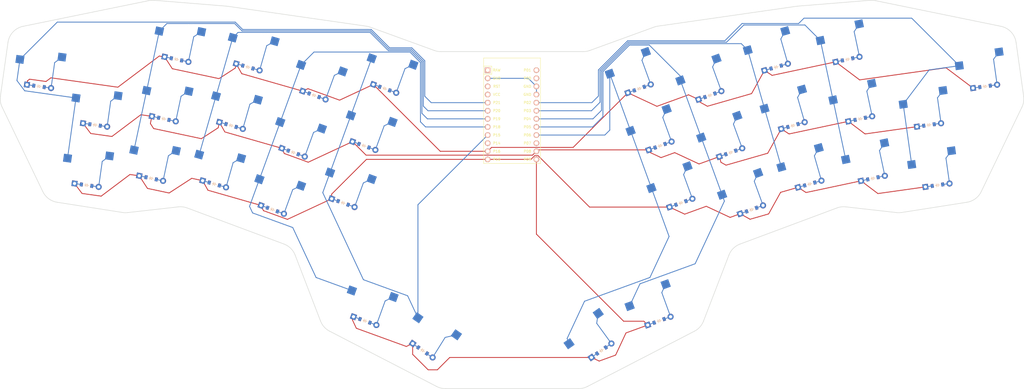
<source format=kicad_pcb>
(kicad_pcb (version 20221018) (generator pcbnew)
  (title_block (title "koala") (rev "v1.0.0") (company "Unknown"))
  (layers (0 "F.Cu" signal) (31 "B.Cu" signal) (34 "B.Paste" user) (35 "F.Paste" user) (36 "B.SilkS" user "B.Silkscreen") (37 "F.SilkS" user "F.Silkscreen") (38 "B.Mask" user) (39 "F.Mask" user) (44 "Edge.Cuts" user))
  (net 0 "")
  (net 1 "P21")
  (net 2 "pinky_bottom")
  (net 3 "pinky_home")
  (net 4 "pinky_top")
  (net 5 "P20")
  (net 6 "ring_bottom")
  (net 7 "ring_home")
  (net 8 "ring_top")
  (net 9 "P19")
  (net 10 "middle_bottom")
  (net 11 "middle_home")
  (net 12 "middle_top")
  (net 13 "P18")
  (net 14 "index_bottom")
  (net 15 "index_home")
  (net 16 "index_top")
  (net 17 "P15")
  (net 18 "inner_bottom")
  (net 19 "inner_home")
  (net 20 "inner_top")
  (net 21 "inner_cluster")
  (net 22 "outer_cluster")
  (net 23 "P2")
  (net 24 "mirror_pinky_bottom")
  (net 25 "mirror_pinky_home")
  (net 26 "mirror_pinky_top")
  (net 27 "P3")
  (net 28 "mirror_ring_bottom")
  (net 29 "mirror_ring_home")
  (net 30 "mirror_ring_top")
  (net 31 "P4")
  (net 32 "mirror_middle_bottom")
  (net 33 "mirror_middle_home")
  (net 34 "mirror_middle_top")
  (net 35 "P5")
  (net 36 "mirror_index_bottom")
  (net 37 "mirror_index_home")
  (net 38 "mirror_index_top")
  (net 39 "P6")
  (net 40 "mirror_inner_bottom")
  (net 41 "mirror_inner_home")
  (net 42 "mirror_inner_top")
  (net 43 "mirror_inner_cluster")
  (net 44 "mirror_outer_cluster")
  (net 45 "P10")
  (net 46 "P8")
  (net 47 "P16")
  (net 48 "P9")
  (net 49 "RAW")
  (net 50 "GND")
  (net 51 "RST")
  (net 52 "VCC")
  (net 53 "P14")
  (net 54 "P1")
  (net 55 "P0")
  (net 56 "P7")
  (footprint "MX" (layer "F.Cu") (at 142.605356 137.866158 -20)
    (fp_text reference "S13" hide)
    (fp_text value "" hide)
  )
  (footprint "ComboDiode" (layer "F.Cu") (at 80.849862 134.862421 -12)
    (fp_text reference "D4" hide)
    (fp_text value "" hide)
  )
  (footprint "ComboDiode" (layer "F.Cu") (at 281.612666 118.324673 16)
    (fp_text reference "D25" hide)
    (fp_text value "" hide)
  )
  (footprint "ComboDiode" (layer "F.Cu") (at 131.827645 108.855402 -20)
    (fp_text reference "D12" hide)
    (fp_text value "" hide)
  )
  (footprint "MX" (layer "F.Cu") (at 61.350803 132.06387 -8)
    (fp_text reference "S1" hide)
    (fp_text value "" hide)
  )
  (footprint "MX" (layer "F.Cu") (at 231.836326 102.063869 20)
    (fp_text reference "S32" hide)
    (fp_text value "" hide)
  )
  (footprint "MX" (layer "F.Cu") (at 149.430183 174.813589 -20)
    (fp_text reference "S16" hide)
    (fp_text value "" hide)
  )
  (footprint "ComboDiode" (layer "F.Cu") (at 239.752578 179.512052 20)
    (fp_text reference "D33" hide)
    (fp_text value "" hide)
  )
  (footprint "MX" (layer "F.Cu") (at 46.463067 101.115712 -8)
    (fp_text reference "S3" hide)
    (fp_text value "" hide)
  )
  (footprint "MX" (layer "F.Cu") (at 89.810855 92.704263 -12)
    (fp_text reference "S6" hide)
    (fp_text value "" hide)
  )
  (footprint "ComboDiode" (layer "F.Cu") (at 240.061911 124.663479 20)
    (fp_text reference "D31" hide)
    (fp_text value "" hide)
  )
  (footprint "MX" (layer "F.Cu") (at 280.234477 113.51836 16)
    (fp_text reference "S25" hide)
    (fp_text value "" hide)
  )
  (footprint "MX" (layer "F.Cu") (at 218.831026 184.68811 35)
    (fp_text reference "S34" hide)
    (fp_text value "" hide)
  )
  (footprint "MX" (layer "F.Cu") (at 253.934903 104.15694 20)
    (fp_text reference "S29" hide)
    (fp_text value "" hide)
  )
  (footprint "ComboDiode" (layer "F.Cu") (at 147.72008 179.512055 -20)
    (fp_text reference "D16" hide)
    (fp_text value "" hide)
  )
  (footprint "MX" (layer "F.Cu") (at 305.583243 129.971687 12)
    (fp_text reference "S21" hide)
    (fp_text value "" hide)
  )
  (footprint "MX" (layer "F.Cu") (at 285.485374 131.830402 16)
    (fp_text reference "S24" hide)
    (fp_text value "" hide)
  )
  (footprint "MX" (layer "F.Cu") (at 274.98359 95.20633 16)
    (fp_text reference "S26" hide)
    (fp_text value "" hide)
  )
  (footprint "MX" (layer "F.Cu") (at 326.121861 132.063869 8)
    (fp_text reference "S18" hide)
    (fp_text value "" hide)
  )
  (footprint "ComboDiode" (layer "F.Cu") (at 45.767196 106.067051 -8)
    (fp_text reference "D3" hide)
    (fp_text value "" hide)
  )
  (footprint "MX" (layer "F.Cu") (at 133.537748 104.15694 -20)
    (fp_text reference "S12" hide)
    (fp_text value "" hide)
  )
  (footprint "ComboDiode" (layer "F.Cu") (at 147.410745 124.663482 -20)
    (fp_text reference "D14" hide)
    (fp_text value "" hide)
  )
  (footprint "ComboDiode" (layer "F.Cu") (at 221.698913 188.78387 35)
    (fp_text reference "D34" hide)
    (fp_text value "" hide)
  )
  (footprint "ComboDiode" (layer "F.Cu") (at 306.622793 134.862424 12)
    (fp_text reference "D21" hide)
    (fp_text value "" hide)
  )
  (footprint "MX" (layer "F.Cu") (at 301.622524 111.337973 12)
    (fp_text reference "S22" hide)
    (fp_text value "" hide)
  )
  (footprint "MX" (layer "F.Cu") (at 244.867299 137.866159 20)
    (fp_text reference "S30" hide)
    (fp_text value "" hide)
  )
  (footprint "ComboDiode" (layer "F.Cu") (at 255.645003 108.855403 20)
    (fp_text reference "D29" hide)
    (fp_text value "" hide)
  )
  (footprint "MX" (layer "F.Cu") (at 107.238171 113.51836 -16)
    (fp_text reference "S8" hide)
    (fp_text value "" hide)
  )
  (footprint "MX" (layer "F.Cu") (at 85.850146 111.337979 -12)
    (fp_text reference "S5" hide)
    (fp_text value "" hide)
  )
  (footprint "ComboDiode" (layer "F.Cu") (at 63.306176 118.150598 -8)
    (fp_text reference "D2" hide)
    (fp_text value "" hide)
  )
  (footprint "ComboDiode" (layer "F.Cu") (at 125.312162 126.756547 -20)
    (fp_text reference "D11" hide)
    (fp_text value "" hide)
  )
  (footprint "ComboDiode" (layer "F.Cu") (at 326.817718 137.015211 8)
    (fp_text reference "D18" hide)
    (fp_text value "" hide)
  )
  (footprint "ComboDiode" (layer "F.Cu") (at 341.705459 106.067048 8)
    (fp_text reference "D20" hide)
    (fp_text value "" hide)
  )
  (footprint "MX" (layer "F.Cu") (at 81.889421 129.971683 -12)
    (fp_text reference "S4" hide)
    (fp_text value "" hide)
  )
  (footprint "ProMicro" (layer "F.Cu") (at 193.736327 114.965013 -90)
    (fp_text reference "MCU1" hide)
    (fp_text value "" hide)
  )
  (footprint "ComboDiode" (layer "F.Cu") (at 298.701358 97.595002 12)
    (fp_text reference "D23" hide)
    (fp_text value "" hide)
  )
  (footprint "MX" (layer "F.Cu") (at 101.987278 131.830399 -16)
    (fp_text reference "S7" hide)
    (fp_text value "" hide)
  )
  (footprint "ComboDiode" (layer "F.Cu") (at 286.86356 136.636704 16)
    (fp_text reference "D24" hide)
    (fp_text value "" hide)
  )
  (footprint "MX" (layer "F.Cu") (at 323.470612 113.199261 8)
    (fp_text reference "S19" hide)
    (fp_text value "" hide)
  )
  (footprint "MX" (layer "F.Cu") (at 260.450387 122.058082 20)
    (fp_text reference "S28" hide)
    (fp_text value "" hide)
  )
  (footprint "MX" (layer "F.Cu") (at 297.661805 92.704265 12)
    (fp_text reference "S23" hide)
    (fp_text value "" hide)
  )
  (footprint "ComboDiode" (layer "F.Cu") (at 118.796677 144.657695 -20)
    (fp_text reference "D10" hide)
    (fp_text value "" hide)
  )
  (footprint "MX" (layer "F.Cu") (at 127.022265 122.058085 -20)
    (fp_text reference "S11" hide)
    (fp_text value "" hide)
  )
  (footprint "ComboDiode" (layer "F.Cu") (at 60.654929 137.015212 -8)
    (fp_text reference "D1" hide)
    (fp_text value "" hide)
  )
  (footprint "ComboDiode" (layer "F.Cu") (at 84.810583 116.228713 -12)
    (fp_text reference "D5" hide)
    (fp_text value "" hide)
  )
  (footprint "ComboDiode" (layer "F.Cu") (at 111.110887 100.012635 -16)
    (fp_text reference "D9" hide)
    (fp_text value "" hide)
  )
  (footprint "MX" (layer "F.Cu") (at 238.351813 119.965016 20)
    (fp_text reference "S31" hide)
    (fp_text value "" hide)
  )
  (footprint "MX" (layer "F.Cu") (at 155.636332 102.063871 -20)
    (fp_text reference "S15" hide)
    (fp_text value "" hide)
  )
  (footprint "ComboDiode" (layer "F.Cu") (at 262.160492 126.756548 20)
    (fp_text reference "D28" hide)
    (fp_text value "" hide)
  )
  (footprint "ComboDiode" (layer "F.Cu") (at 276.361776 100.012636 16)
    (fp_text reference "D26" hide)
    (fp_text value "" hide)
  )
  (footprint "ComboDiode" (layer "F.Cu") (at 153.926232 106.762336 -20)
    (fp_text reference "D15" hide)
    (fp_text value "" hide)
  )
  (footprint "ComboDiode" (layer "F.Cu") (at 268.675973 144.657696 20)
    (fp_text reference "D27" hide)
    (fp_text value "" hide)
  )
  (footprint "ComboDiode" (layer "F.Cu") (at 165.773748 188.783865 -35)
    (fp_text reference "D17" hide)
    (fp_text value "" hide)
  )
  (footprint "ComboDiode" (layer "F.Cu") (at 233.546431 106.762334 20)
    (fp_text reference "D32" hide)
    (fp_text value "" hide)
  )
  (footprint "ComboDiode" (layer "F.Cu") (at 105.859989 118.32467 -16)
    (fp_text reference "D8" hide)
    (fp_text value "" hide)
  )
  (footprint "ComboDiode" (layer "F.Cu") (at 246.577396 142.56462 20)
    (fp_text reference "D30" hide)
    (fp_text value "" hide)
  )
  (footprint "ComboDiode" (layer "F.Cu") (at 100.609098 136.636702 -16)
    (fp_text reference "D7" hide)
    (fp_text value "" hide)
  )
  (footprint "MX" (layer "F.Cu") (at 168.64163 184.68811 -35)
    (fp_text reference "S17" hide)
    (fp_text value "" hide)
  )
  (footprint "MX" (layer "F.Cu") (at 120.506788 139.95923 -20)
    (fp_text reference "S10" hide)
    (fp_text value "" hide)
  )
  (footprint "ComboDiode" (layer "F.Cu") (at 88.771297 97.595002 -12)
    (fp_text reference "D6" hide)
    (fp_text value "" hide)
  )
  (footprint "MX" (layer "F.Cu") (at 266.965879 139.959229 20)
    (fp_text reference "S27" hide)
    (fp_text value "" hide)
  )
  (footprint "ComboDiode" (layer "F.Cu") (at 140.895262 142.564625 -20)
    (fp_text reference "D13" hide)
    (fp_text value "" hide)
  )
  (footprint "MX" (layer "F.Cu") (at 149.120846 119.965018 -20)
    (fp_text reference "S14" hide)
    (fp_text value "" hide)
  )
  (footprint "ComboDiode" (layer "F.Cu") (at 302.662082 116.228712 12)
    (fp_text reference "D22" hide)
    (fp_text value "" hide)
  )
  (footprint "MX" (layer "F.Cu") (at 112.489074 95.206327 -16)
    (fp_text reference "S9" hide)
    (fp_text value "" hide)
  )
  (footprint "MX" (layer "F.Cu") (at 64.002039 113.199261 -8)
    (fp_text reference "S2" hide)
    (fp_text value "" hide)
  )
  (footprint "MX" (layer "F.Cu") (at 341.009594 101.115709 8)
    (fp_text reference "S20" hide)
    (fp_text value "" hide)
  )
  (footprint "ComboDiode" (layer "F.Cu") (at 324.166475 118.150598 8)
    (fp_text reference "D19" hide)
    (fp_text value "" hide)
  )
  (footprint "MX" (layer "F.Cu") (at 238.042479 174.813588 20)
    (fp_text reference "S33" hide)
    (fp_text value "" hide)
  )
  (gr_line (start 71.860361 145.558277) (end 51.446541 142.360332) (stroke (width 0.15)) (layer "Edge.Cuts"))
  (gr_line (start 261.583843 158.911498) (end 253.632903 179.574164) (stroke (width 0.15)) (layer "Edge.Cuts"))
  (gr_arc (start 34.233778 112.56166) (mid 33.712045 110.883216) (end 33.699088 109.125602) (stroke (width 0.15)) (layer "Edge.Cuts"))
  (gr_line (start 133.839746 179.574163) (end 125.88882 158.911499) (stroke (width 0.15)) (layer "Edge.Cuts"))
  (gr_arc (start 104.402442 80.936093) (mid 104.586928 80.95391) (end 104.770774 80.977421) (stroke (width 0.15)) (layer "Edge.Cuts"))
  (gr_arc (start 148.1329 87.20379) (mid 148.740337 87.323278) (end 149.332229 87.50472) (stroke (width 0.15)) (layer "Edge.Cuts"))
  (gr_line (start 314.011236 145.592772) (end 298.132467 143.801876) (stroke (width 0.15)) (layer "Edge.Cuts"))
  (gr_line (start 89.340187 143.801877) (end 73.461423 145.592768) (stroke (width 0.15)) (layer "Edge.Cuts"))
  (gr_arc (start 315.612286 145.558277) (mid 314.812917 145.62918) (end 314.011236 145.592772) (stroke (width 0.15)) (layer "Edge.Cuts"))
  (gr_arc (start 171.466032 95.175695) (mid 170.424144 95.084542) (end 169.413912 94.813854) (stroke (width 0.15)) (layer "Edge.Cuts"))
  (gr_line (start 250.789272 182.748934) (end 217.29726 200.068836) (stroke (width 0.15)) (layer "Edge.Cuts"))
  (gr_arc (start 340.504415 139.033649) (mid 338.675413 141.249116) (end 336.026121 142.360333) (stroke (width 0.15)) (layer "Edge.Cuts"))
  (gr_line (start 40.803167 87.249615) (end 80.097306 79.206173) (stroke (width 0.15)) (layer "Edge.Cuts"))
  (gr_arc (start 282.701882 80.977417) (mid 282.885727 80.953911) (end 283.070211 80.936091) (stroke (width 0.15)) (layer "Edge.Cuts"))
  (gr_line (start 104.770774 80.977421) (end 148.1329 87.20379) (stroke (width 0.15)) (layer "Edge.Cuts"))
  (gr_line (start 214.541168 200.739304) (end 172.931486 200.739306) (stroke (width 0.15)) (layer "Edge.Cuts"))
  (gr_line (start 353.238872 112.56166) (end 340.504424 139.033644) (stroke (width 0.15)) (layer "Edge.Cuts"))
  (gr_arc (start 218.058746 94.813855) (mid 217.048516 95.084546) (end 216.006629 95.175697) (stroke (width 0.15)) (layer "Edge.Cuts"))
  (gr_line (start 81.785019 79.103882) (end 104.402442 80.936093) (stroke (width 0.15)) (layer "Edge.Cuts"))
  (gr_line (start 33.699088 109.125602) (end 36.064789 92.292685) (stroke (width 0.15)) (layer "Edge.Cuts"))
  (gr_line (start 295.361659 144.142964) (end 265.085212 155.445141) (stroke (width 0.15)) (layer "Edge.Cuts"))
  (gr_line (start 307.375347 79.206174) (end 346.669498 87.249609) (stroke (width 0.15)) (layer "Edge.Cuts"))
  (gr_arc (start 122.387441 155.445145) (mid 124.510348 156.802344) (end 125.88882 158.911499) (stroke (width 0.15)) (layer "Edge.Cuts"))
  (gr_line (start 239.339754 87.20379) (end 282.701882 80.977417) (stroke (width 0.15)) (layer "Edge.Cuts"))
  (gr_arc (start 136.683389 182.748932) (mid 134.97017 181.422553) (end 133.839746 179.574163) (stroke (width 0.15)) (layer "Edge.Cuts"))
  (gr_line (start 336.026121 142.360332) (end 315.612292 145.558272) (stroke (width 0.15)) (layer "Edge.Cuts"))
  (gr_arc (start 305.687639 79.103879) (mid 306.535114 79.09528) (end 307.375347 79.206174) (stroke (width 0.15)) (layer "Edge.Cuts"))
  (gr_arc (start 253.632909 179.574156) (mid 252.50249 181.422551) (end 250.78927 182.748931) (stroke (width 0.15)) (layer "Edge.Cuts"))
  (gr_arc (start 238.140433 87.50472) (mid 238.732321 87.323279) (end 239.339754 87.20379) (stroke (width 0.15)) (layer "Edge.Cuts"))
  (gr_line (start 283.070211 80.936091) (end 305.687639 79.103879) (stroke (width 0.15)) (layer "Edge.Cuts"))
  (gr_arc (start 80.097306 79.206173) (mid 80.937541 79.095276) (end 81.785019 79.103882) (stroke (width 0.15)) (layer "Edge.Cuts"))
  (gr_line (start 149.332229 87.50472) (end 169.413912 94.813854) (stroke (width 0.15)) (layer "Edge.Cuts"))
  (gr_arc (start 217.297257 200.068837) (mid 215.959402 200.569275) (end 214.541168 200.739304) (stroke (width 0.15)) (layer "Edge.Cuts"))
  (gr_arc (start 346.66949 87.249617) (mid 349.838927 89.019248) (end 351.40786 92.292687) (stroke (width 0.15)) (layer "Edge.Cuts"))
  (gr_arc (start 36.064792 92.292689) (mid 37.633717 89.019239) (end 40.803167 87.249615) (stroke (width 0.15)) (layer "Edge.Cuts"))
  (gr_line (start 122.387441 155.445145) (end 92.110994 144.142962) (stroke (width 0.15)) (layer "Edge.Cuts"))
  (gr_line (start 218.058744 94.813853) (end 238.140433 87.50472) (stroke (width 0.15)) (layer "Edge.Cuts"))
  (gr_arc (start 89.340187 143.801877) (mid 90.745704 143.809025) (end 92.110994 144.142962) (stroke (width 0.15)) (layer "Edge.Cuts"))
  (gr_line (start 171.466032 95.175695) (end 216.006629 95.175697) (stroke (width 0.15)) (layer "Edge.Cuts"))
  (gr_arc (start 51.446541 142.360333) (mid 48.797244 141.249118) (end 46.968231 139.03365) (stroke (width 0.15)) (layer "Edge.Cuts"))
  (gr_arc (start 295.361657 144.142964) (mid 296.726947 143.809023) (end 298.132466 143.801875) (stroke (width 0.15)) (layer "Edge.Cuts"))
  (gr_arc (start 73.461423 145.592768) (mid 72.659736 145.629178) (end 71.860361 145.558277) (stroke (width 0.15)) (layer "Edge.Cuts"))
  (gr_line (start 46.968231 139.03365) (end 34.233778 112.56166) (stroke (width 0.15)) (layer "Edge.Cuts"))
  (gr_arc (start 261.583839 158.911498) (mid 262.962311 156.802347) (end 265.085212 155.445141) (stroke (width 0.15)) (layer "Edge.Cuts"))
  (gr_line (start 351.40786 92.292687) (end 353.773572 109.125606) (stroke (width 0.15)) (layer "Edge.Cuts"))
  (gr_arc (start 172.931486 200.739306) (mid 171.513249 200.56928) (end 170.175393 200.068835) (stroke (width 0.15)) (layer "Edge.Cuts"))
  (gr_line (start 170.175393 200.068835) (end 136.683389 182.748932) (stroke (width 0.15)) (layer "Edge.Cuts"))
  (gr_arc (start 353.773572 109.125606) (mid 353.760609 110.883219) (end 353.238872 112.56166) (stroke (width 0.15)) (layer "Edge.Cuts"))
  (segment (start 149.704592 88.248235) (end 155.424506 93.968149) (width 0.25) (layer "B.Cu") (net 1))
  (segment (start 41.279328 107.440828) (end 38.869026 104.242254) (width 0.25) (layer "B.Cu") (net 1))
  (segment (start 51.47654 85.938368) (end 107.158586 85.938369) (width 0.25) (layer "B.Cu") (net 1))
  (segment (start 39.800518 97.61439) (end 51.47654 85.938368) (width 0.25) (layer "B.Cu") (net 1))
  (segment (start 107.158586 85.938369) (end 109.468453 88.248235) (width 0.25) (layer "B.Cu") (net 1))
  (segment (start 155.424506 93.968149) (end 162.368884 93.968148) (width 0.25) (layer "B.Cu") (net 1))
  (segment (start 38.869026 104.242254) (end 39.800514 97.614381) (width 0.25) (layer "B.Cu") (net 1))
  (segment (start 166.43892 98.038183) (end 166.438919 109.145236) (width 0.25) (layer "B.Cu") (net 1))
  (segment (start 162.368884 93.968148) (end 166.43892 98.038183) (width 0.25) (layer "B.Cu") (net 1))
  (segment (start 168.448696 111.155013) (end 186.116327 111.155013) (width 0.25) (layer "B.Cu") (net 1))
  (segment (start 109.468453 88.248235) (end 149.704592 88.248235) (width 0.25) (layer "B.Cu") (net 1))
  (segment (start 166.438919 109.145236) (end 168.448696 111.155013) (width 0.25) (layer "B.Cu") (net 1))
  (segment (start 57.339499 109.697937) (end 41.279328 107.440828) (width 0.25) (layer "B.Cu") (net 1))
  (segment (start 54.688251 128.562544) (end 57.339499 109.697937) (width 0.25) (layer "B.Cu") (net 1))
  (segment (start 64.427857 137.545456) (end 65.547916 129.57578) (width 0.25) (layer "B.Cu") (net 2))
  (segment (start 64.427857 137.545456) (end 62.288877 137.244845) (width 0.25) (layer "B.Cu") (net 2))
  (segment (start 65.547916 129.57578) (end 67.842954 127.846356) (width 0.25) (layer "B.Cu") (net 2))
  (segment (start 67.079096 118.680847) (end 68.199165 110.711175) (width 0.25) (layer "B.Cu") (net 3))
  (segment (start 67.079096 118.680847) (end 64.940122 118.380235) (width 0.25) (layer "B.Cu") (net 3))
  (segment (start 68.199165 110.711175) (end 70.494183 108.981745) (width 0.25) (layer "B.Cu") (net 3))
  (segment (start 49.540119 106.597298) (end 50.660191 98.627619) (width 0.25) (layer "B.Cu") (net 4))
  (segment (start 49.540119 106.597298) (end 47.401138 106.296684) (width 0.25) (layer "B.Cu") (net 4))
  (segment (start 50.660191 98.627619) (end 52.955212 96.8982) (width 0.25) (layer "B.Cu") (net 4))
  (segment (start 162.182487 94.418148) (end 165.988921 98.224579) (width 0.25) (layer "B.Cu") (net 5))
  (segment (start 167.439312 113.695013) (end 186.116328 113.695012) (width 0.25) (layer "B.Cu") (net 5))
  (segment (start 149.518197 88.698236) (end 155.23811 94.418148) (width 0.25) (layer "B.Cu") (net 5))
  (segment (start 85.76712 86.388369) (end 106.972194 86.388369) (width 0.25) (layer "B.Cu") (net 5))
  (segment (start 83.408778 88.746714) (end 85.76712 86.388369) (width 0.25) (layer "B.Cu") (net 5))
  (segment (start 106.972194 86.388369) (end 109.282058 88.698235) (width 0.25) (layer "B.Cu") (net 5))
  (segment (start 75.487338 126.014134) (end 79.448059 107.380422) (width 0.25) (layer "B.Cu") (net 5))
  (segment (start 165.988917 112.244619) (end 167.439312 113.695013) (width 0.25) (layer "B.Cu") (net 5))
  (segment (start 155.23811 94.418148) (end 162.182487 94.418148) (width 0.25) (layer "B.Cu") (net 5))
  (segment (start 165.988921 98.224579) (end 165.988917 112.244619) (width 0.25) (layer "B.Cu") (net 5))
  (segment (start 79.448059 107.380422) (end 83.40877 88.746714) (width 0.25) (layer "B.Cu") (net 5))
  (segment (start 109.282058 88.698235) (end 149.518197 88.698236) (width 0.25) (layer "B.Cu") (net 5))
  (segment (start 86.249874 127.782438) (end 88.659947 126.217309) (width 0.25) (layer "B.Cu") (net 6))
  (segment (start 84.576598 135.654572) (end 86.249874 127.782438) (width 0.25) (layer "B.Cu") (net 6))
  (segment (start 84.576598 135.654572) (end 82.463801 135.205478) (width 0.25) (layer "B.Cu") (net 6))
  (segment (start 88.537317 117.020856) (end 86.424518 116.571766) (width 0.25) (layer "B.Cu") (net 7))
  (segment (start 88.537317 117.020856) (end 90.210592 109.148726) (width 0.25) (layer "B.Cu") (net 7))
  (segment (start 90.210592 109.148726) (end 92.620664 107.583608) (width 0.25) (layer "B.Cu") (net 7))
  (segment (start 94.171315 90.515014) (end 96.581387 88.949896) (width 0.25) (layer "B.Cu") (net 8))
  (segment (start 92.498035 98.387147) (end 94.171315 90.515014) (width 0.25) (layer "B.Cu") (net 8))
  (segment (start 92.498035 98.387147) (end 90.385238 97.938062) (width 0.25) (layer "B.Cu") (net 8))
  (segment (start 95.876877 127.435904) (end 101.127763 109.123867) (width 0.25) (layer "B.Cu") (net 9))
  (segment (start 155.051714 94.868147) (end 161.996094 94.868147) (width 0.25) (layer "B.Cu") (net 9))
  (segment (start 165.538919 98.410974) (end 165.538922 114.508015) (width 0.25) (layer "B.Cu") (net 9))
  (segment (start 167.265915 116.235013) (end 186.116325 116.235014) (width 0.25) (layer "B.Cu") (net 9))
  (segment (start 101.127763 109.123867) (end 106.378646 90.811826) (width 0.25) (layer "B.Cu") (net 9))
  (segment (start 149.331799 89.148235) (end 155.051714 94.868147) (width 0.25) (layer "B.Cu") (net 9))
  (segment (start 106.378654 90.81183) (end 108.042251 89.148235) (width 0.25) (layer "B.Cu") (net 9))
  (segment (start 161.996094 94.868147) (end 165.538919 98.410974) (width 0.25) (layer "B.Cu") (net 9))
  (segment (start 165.538922 114.508015) (end 167.265915 116.235013) (width 0.25) (layer "B.Cu") (net 9))
  (segment (start 108.042251 89.148235) (end 149.331799 89.148235) (width 0.25) (layer "B.Cu") (net 9))
  (segment (start 106.48984 129.950648) (end 109.003214 128.557462) (width 0.25) (layer "B.Cu") (net 10))
  (segment (start 104.271511 137.686887) (end 106.48984 129.950648) (width 0.25) (layer "B.Cu") (net 10))
  (segment (start 104.271511 137.686887) (end 102.195187 137.091509) (width 0.25) (layer "B.Cu") (net 10))
  (segment (start 109.5224 119.374848) (end 107.446071 118.779472) (width 0.25) (layer "B.Cu") (net 11))
  (segment (start 111.740722 111.638615) (end 114.254108 110.245426) (width 0.25) (layer "B.Cu") (net 11))
  (segment (start 109.5224 119.374848) (end 111.740722 111.638615) (width 0.25) (layer "B.Cu") (net 11))
  (segment (start 114.773291 101.062815) (end 112.696971 100.467436) (width 0.25) (layer "B.Cu") (net 12))
  (segment (start 114.773291 101.062815) (end 116.991623 93.326583) (width 0.25) (layer "B.Cu") (net 12))
  (segment (start 116.991623 93.326583) (end 119.504995 91.933387) (width 0.25) (layer "B.Cu") (net 12))
  (segment (start 165.088919 98.59737) (end 165.088919 117.166201) (width 0.25) (layer "B.Cu") (net 13))
  (segment (start 166.697731 118.775014) (end 186.116327 118.775013) (width 0.25) (layer "B.Cu") (net 13))
  (segment (start 114.71779 135.149193) (end 121.233274 117.248049) (width 0.25) (layer "B.Cu") (net 13))
  (segment (start 165.088919 117.166201) (end 166.697731 118.775014) (width 0.25) (layer "B.Cu") (net 13))
  (segment (start 112.583578 145.705103) (end 111.624412 143.648176) (width 0.25) (layer "B.Cu") (net 13))
  (segment (start 127.748755 99.346908) (end 131.777516 95.318147) (width 0.25) (layer "B.Cu") (net 13))
  (segment (start 132.435624 165.925065) (end 125.137598 150.274396) (width 0.25) (layer "B.Cu") (net 13))
  (segment (start 161.809696 95.318148) (end 165.088919 98.59737) (width 0.25) (layer "B.Cu") (net 13))
  (segment (start 125.137598 150.274396) (end 112.583578 145.705103) (width 0.25) (layer "B.Cu") (net 13))
  (segment (start 131.777516 95.318147) (end 161.809696 95.318148) (width 0.25) (layer "B.Cu") (net 13))
  (segment (start 143.641184 170.003557) (end 132.435624 165.925065) (width 0.25) (layer "B.Cu") (net 13))
  (segment (start 111.624412 143.648176) (end 114.71779 135.149193) (width 0.25) (layer "B.Cu") (net 13))
  (segment (start 121.233274 117.248049) (end 127.748758 99.346907) (width 0.25) (layer "B.Cu") (net 13))
  (segment (start 122.376914 145.960789) (end 125.129488 138.39814) (width 0.25) (layer "B.Cu") (net 14))
  (segment (start 122.376914 145.960789) (end 120.347168 145.222025) (width 0.25) (layer "B.Cu") (net 14))
  (segment (start 125.129488 138.39814) (end 127.73393 137.183674) (width 0.25) (layer "B.Cu") (net 14))
  (segment (start 128.892398 128.059644) (end 131.644975 120.496997) (width 0.25) (layer "B.Cu") (net 15))
  (segment (start 128.892398 128.059644) (end 126.862655 127.32088) (width 0.25) (layer "B.Cu") (net 15))
  (segment (start 131.644975 120.496997) (end 134.249409 119.282528) (width 0.25) (layer "B.Cu") (net 15))
  (segment (start 138.160465 102.595851) (end 140.76489 101.381386) (width 0.25) (layer "B.Cu") (net 16))
  (segment (start 135.407877 110.158499) (end 133.378144 109.419734) (width 0.25) (layer "B.Cu") (net 16))
  (segment (start 135.407877 110.158499) (end 138.160465 102.595851) (width 0.25) (layer "B.Cu") (net 16))
  (segment (start 134.527234 139.345491) (end 147.243912 166.61649) (width 0.25) (layer "B.Cu") (net 17))
  (segment (start 143.331847 115.154982) (end 149.847331 97.253839) (width 0.25) (layer "B.Cu") (net 17))
  (segment (start 136.816366 133.056138) (end 134.527234 139.345491) (width 0.25) (layer "B.Cu") (net 17))
  (segment (start 164.294823 178.543674) (end 164.294821 143.136519) (width 0.25) (layer "B.Cu") (net 17))
  (segment (start 147.243912 166.61649) (end 161.081664 171.653022) (width 0.25) (layer "B.Cu") (net 17))
  (segment (start 161.081664 171.653022) (end 164.29482 178.543669) (width 0.25) (layer "B.Cu") (net 17))
  (segment (start 136.816366 133.056138) (end 143.331847 115.154982) (width 0.25) (layer "B.Cu") (net 17))
  (segment (start 164.294821 143.136519) (end 186.116326 121.315014) (width 0.25) (layer "B.Cu") (net 17))
  (segment (start 144.475491 143.867719) (end 142.445754 143.128959) (width 0.25) (layer "B.Cu") (net 18))
  (segment (start 144.475491 143.867719) (end 147.22807 136.305071) (width 0.25) (layer "B.Cu") (net 18))
  (segment (start 147.22807 136.305071) (end 149.832509 135.090604) (width 0.25) (layer "B.Cu") (net 18))
  (segment (start 153.743553 118.403925) (end 156.347985 117.189458) (width 0.25) (layer "B.Cu") (net 19))
  (segment (start 150.990973 125.966575) (end 153.743553 118.403925) (width 0.25) (layer "B.Cu") (net 19))
  (segment (start 150.990973 125.966575) (end 148.961233 125.227814) (width 0.25) (layer "B.Cu") (net 19))
  (segment (start 160.259034 100.502788) (end 162.863472 99.288317) (width 0.25) (layer "B.Cu") (net 20))
  (segment (start 157.506459 108.065432) (end 160.259034 100.502788) (width 0.25) (layer "B.Cu") (net 20))
  (segment (start 157.506459 108.065432) (end 155.47672 107.326669) (width 0.25) (layer "B.Cu") (net 20))
  (segment (start 154.052887 173.252503) (end 156.657331 172.038036) (width 0.25) (layer "B.Cu") (net 21))
  (segment (start 151.30031 180.815152) (end 149.270578 180.076386) (width 0.25) (layer "B.Cu") (net 21))
  (segment (start 151.30031 180.815152) (end 154.052887 173.252503) (width 0.25) (layer "B.Cu") (net 21))
  (segment (start 168.894713 190.969194) (end 167.161317 189.886046) (width 0.25) (layer "B.Cu") (net 22))
  (segment (start 168.894713 190.969194) (end 172.817758 184.691025) (width 0.25) (layer "B.Cu") (net 22))
  (segment (start 167.161317 189.886046) (end 167.125349 189.73027) (width 0.25) (layer "B.Cu") (net 22))
  (segment (start 172.817758 184.691025) (end 176.34088 183.877648) (width 0.25) (layer "B.Cu") (net 22))
  (segment (start 285.061199 84.707883) (end 283.38425 86.384832) (width 0.25) (layer "B.Cu") (net 23))
  (segment (start 220.752087 100.925068) (end 220.752087 109.105827) (width 0.25) (layer "B.Cu") (net 23))
  (segment (start 283.38425 86.384832) (end 265.691 86.384832) (width 0.25) (layer "B.Cu") (net 23))
  (segment (start 318.761458 84.707883) (end 285.061199 84.707883) (width 0.25) (layer "B.Cu") (net 23))
  (segment (start 318.752312 130.534629) (end 316.101063 111.67002) (width 0.25) (layer "B.Cu") (net 23))
  (segment (start 218.702901 111.155013) (end 201.356327 111.155013) (width 0.25) (layer "B.Cu") (net 23))
  (segment (start 316.101063 111.67002) (end 324.207744 100.912097) (width 0.25) (layer "B.Cu") (net 23))
  (segment (start 324.207744 100.912097) (end 333.640043 99.586471) (width 0.25) (layer "B.Cu") (net 23))
  (segment (start 220.752087 109.105827) (end 218.702901 111.155013) (width 0.25) (layer "B.Cu") (net 23))
  (segment (start 333.640045 99.58647) (end 318.761458 84.707883) (width 0.25) (layer "B.Cu") (net 23))
  (segment (start 260.298677 91.777155) (end 229.9 91.777155) (width 0.25) (layer "B.Cu") (net 23))
  (segment (start 229.9 91.777155) (end 220.752087 100.925068) (width 0.25) (layer "B.Cu") (net 23))
  (segment (start 265.691 86.384832) (end 260.298677 91.777155) (width 0.25) (layer "B.Cu") (net 23))
  (segment (start 329.470572 128.515286) (end 331.200006 126.220261) (width 0.25) (layer "B.Cu") (net 24))
  (segment (start 330.590639 136.484961) (end 328.451664 136.785574) (width 0.25) (layer "B.Cu") (net 24))
  (segment (start 330.590639 136.484961) (end 329.470572 128.515286) (width 0.25) (layer "B.Cu") (net 24))
  (segment (start 326.819335 109.650667) (end 328.548758 107.355648) (width 0.25) (layer "B.Cu") (net 25))
  (segment (start 327.939397 117.620349) (end 325.800421 117.920964) (width 0.25) (layer "B.Cu") (net 25))
  (segment (start 327.939397 117.620349) (end 326.819335 109.650667) (width 0.25) (layer "B.Cu") (net 25))
  (segment (start 345.478382 105.536797) (end 344.358317 97.567119) (width 0.25) (layer "B.Cu") (net 26))
  (segment (start 343.339407 105.837413) (end 345.478382 105.536797) (width 0.25) (layer "B.Cu") (net 26))
  (segment (start 344.358317 97.567119) (end 346.087739 95.272099) (width 0.25) (layer "B.Cu") (net 26))
  (segment (start 218.599714 113.695013) (end 201.356327 113.695013) (width 0.25) (layer "B.Cu") (net 27))
  (segment (start 290.203534 91.692824) (end 285.345542 86.834832) (width 0.25) (layer "B.Cu") (net 27))
  (segment (start 285.345542 86.834832) (end 266.237471 86.834832) (width 0.25) (layer "B.Cu") (net 27))
  (segment (start 294.164251 110.326535) (end 294.164251 110.326534) (width 0.25) (layer "B.Cu") (net 27))
  (segment (start 221.260085 111.034642) (end 218.599714 113.695013) (width 0.25) (layer "B.Cu") (net 27))
  (segment (start 230.086396 92.227155) (end 221.260085 101.053466) (width 0.25) (layer "B.Cu") (net 27))
  (segment (start 266.237471 86.834832) (end 260.845148 92.227155) (width 0.25) (layer "B.Cu") (net 27))
  (segment (start 221.260085 101.053466) (end 221.260085 111.034642) (width 0.25) (layer "B.Cu") (net 27))
  (segment (start 294.164251 110.326534) (end 290.203536 91.692817) (width 0.25) (layer "B.Cu") (net 27))
  (segment (start 260.845148 92.227155) (end 230.086396 92.227155) (width 0.25) (layer "B.Cu") (net 27))
  (segment (start 298.124972 128.960241) (end 294.164251 110.326535) (width 0.25) (layer "B.Cu") (net 27))
  (segment (start 308.676264 126.198156) (end 310.241391 123.788075) (width 0.25) (layer "B.Cu") (net 28))
  (segment (start 310.349538 134.070279) (end 308.676264 126.198156) (width 0.25) (layer "B.Cu") (net 28))
  (segment (start 310.349538 134.070279) (end 308.236738 134.519372) (width 0.25) (layer "B.Cu") (net 28))
  (segment (start 306.38882 115.436568) (end 304.71555 107.564437) (width 0.25) (layer "B.Cu") (net 29))
  (segment (start 304.71555 107.564437) (end 306.280672 105.154364) (width 0.25) (layer "B.Cu") (net 29))
  (segment (start 306.38882 115.436568) (end 304.276026 115.885656) (width 0.25) (layer "B.Cu") (net 29))
  (segment (start 302.428103 96.802857) (end 300.315307 97.251951) (width 0.25) (layer "B.Cu") (net 30))
  (segment (start 300.754824 88.93073) (end 302.319949 86.520657) (width 0.25) (layer "B.Cu") (net 30))
  (segment (start 302.428103 96.802857) (end 300.754824 88.93073) (width 0.25) (layer "B.Cu") (net 30))
  (segment (start 221.710085 113.581864) (end 219.056936 116.235013) (width 0.25) (layer "B.Cu") (net 31))
  (segment (start 265.432471 92.677155) (end 230.272792 92.677155) (width 0.25) (layer "B.Cu") (net 31))
  (segment (start 221.710085 101.239862) (end 221.710085 113.581864) (width 0.25) (layer "B.Cu") (net 31))
  (segment (start 219.056936 116.235013) (end 201.356327 116.235013) (width 0.25) (layer "B.Cu") (net 31))
  (segment (start 230.272792 92.677155) (end 221.710085 101.239862) (width 0.25) (layer "B.Cu") (net 31))
  (segment (start 267.472934 94.717616) (end 272.723821 113.029651) (width 0.25) (layer "B.Cu") (net 31))
  (segment (start 267.472932 94.717616) (end 265.432471 92.677155) (width 0.25) (layer "B.Cu") (net 31))
  (segment (start 272.723821 113.029651) (end 277.974713 131.341688) (width 0.25) (layer "B.Cu") (net 31))
  (segment (start 290.525968 135.586524) (end 288.449645 136.181901) (width 0.25) (layer "B.Cu") (net 32))
  (segment (start 288.307641 127.850297) (end 289.700831 125.336918) (width 0.25) (layer "B.Cu") (net 32))
  (segment (start 290.525968 135.586524) (end 288.307641 127.850297) (width 0.25) (layer "B.Cu") (net 32))
  (segment (start 285.275074 117.274494) (end 283.056744 109.538256) (width 0.25) (layer "B.Cu") (net 33))
  (segment (start 285.275074 117.274494) (end 283.198747 117.869869) (width 0.25) (layer "B.Cu") (net 33))
  (segment (start 283.056744 109.538256) (end 284.449937 107.024877) (width 0.25) (layer "B.Cu") (net 33))
  (segment (start 280.024185 98.962456) (end 277.947854 99.557831) (width 0.25) (layer "B.Cu") (net 34))
  (segment (start 280.024185 98.962456) (end 277.805853 91.226227) (width 0.25) (layer "B.Cu") (net 34))
  (segment (start 277.805853 91.226227) (end 279.199042 88.712847) (width 0.25) (layer "B.Cu") (net 34))
  (segment (start 222.160085 101.426258) (end 222.160085 115.571462) (width 0.25) (layer "B.Cu") (net 35))
  (segment (start 260.167269 141.995366) (end 251.015815 161.620726) (width 0.25) (layer "B.Cu") (net 35))
  (segment (start 252.923945 122.094475) (end 259.439422 139.995626) (width 0.25) (layer "B.Cu") (net 35))
  (segment (start 230.459188 93.127155) (end 222.160085 101.426258) (width 0.25) (layer "B.Cu") (net 35))
  (segment (start 246.40845 104.193333) (end 246.40845 102.863111) (width 0.25) (layer "B.Cu") (net 35))
  (segment (start 222.160085 115.571462) (end 218.956534 118.775013) (width 0.25) (layer "B.Cu") (net 35))
  (segment (start 259.439422 139.995626) (end 259.439423 139.995627) (width 0.25) (layer "B.Cu") (net 35))
  (segment (start 246.40845 102.863111) (end 236.672494 93.127155) (width 0.25) (layer "B.Cu") (net 35))
  (segment (start 251.015815 161.620726) (end 233.755464 167.90298) (width 0.25) (layer "B.Cu") (net 35))
  (segment (start 259.439423 139.995627) (end 260.167269 141.995366) (width 0.25) (layer "B.Cu") (net 35))
  (segment (start 236.672494 93.127155) (end 230.459188 93.127155) (width 0.25) (layer "B.Cu") (net 35))
  (segment (start 218.956534 118.775013) (end 201.356327 118.775013) (width 0.25) (layer "B.Cu") (net 35))
  (segment (start 246.408454 104.193336) (end 252.923945 122.094475) (width 0.25) (layer "B.Cu") (net 35))
  (segment (start 233.755464 167.90298) (end 230.516016 174.849981) (width 0.25) (layer "B.Cu") (net 35))
  (segment (start 272.256199 143.354596) (end 269.503626 135.791955) (width 0.25) (layer "B.Cu") (net 36))
  (segment (start 272.256199 143.354596) (end 270.226468 144.093359) (width 0.25) (layer "B.Cu") (net 36))
  (segment (start 269.503626 135.791955) (end 270.718098 133.187509) (width 0.25) (layer "B.Cu") (net 36))
  (segment (start 265.740719 125.453453) (end 263.710986 126.192213) (width 0.25) (layer "B.Cu") (net 37))
  (segment (start 262.988143 117.8908) (end 264.202609 115.286362) (width 0.25) (layer "B.Cu") (net 37))
  (segment (start 265.740719 125.453453) (end 262.988143 117.8908) (width 0.25) (layer "B.Cu") (net 37))
  (segment (start 259.225236 107.552307) (end 257.195498 108.291071) (width 0.25) (layer "B.Cu") (net 38))
  (segment (start 256.472657 99.989662) (end 257.687125 97.385217) (width 0.25) (layer "B.Cu") (net 38))
  (segment (start 259.225236 107.552307) (end 256.472657 99.989662) (width 0.25) (layer "B.Cu") (net 38))
  (segment (start 237.340838 137.902554) (end 237.340843 137.902551) (width 0.25) (layer "B.Cu") (net 39))
  (segment (start 230.825357 120.001411) (end 230.825355 120.00141) (width 0.25) (layer "B.Cu") (net 39))
  (segment (start 210.970963 185.024171) (end 211.570454 186.671252) (width 0.25) (layer "B.Cu") (net 39))
  (segment (start 224.309873 102.100262) (end 224.309873 119.764631) (width 0.25) (layer "B.Cu") (net 39))
  (segment (start 242.862901 153.074279) (end 236.876304 165.912575) (width 0.25) (layer "B.Cu") (net 39))
  (segment (start 222.759491 121.315013) (end 201.356327 121.315013) (width 0.25) (layer "B.Cu") (net 39))
  (segment (start 224.309873 119.764631) (end 222.759491 121.315013) (width 0.25) (layer "B.Cu") (net 39))
  (segment (start 230.825355 120.00141) (end 237.340838 137.902554) (width 0.25) (layer "B.Cu") (net 39))
  (segment (start 224.309876 102.10026) (end 230.825357 120.001411) (width 0.25) (layer "B.Cu") (net 39))
  (segment (start 236.876304 165.912575) (end 216.409111 173.362028) (width 0.25) (layer "B.Cu") (net 39))
  (segment (start 216.409111 173.362028) (end 210.970963 185.024171) (width 0.25) (layer "B.Cu") (net 39))
  (segment (start 237.340843 137.902551) (end 242.862901 153.074279) (width 0.25) (layer "B.Cu") (net 39))
  (segment (start 250.157623 141.261524) (end 248.127891 142.000286) (width 0.25) (layer "B.Cu") (net 40))
  (segment (start 247.405054 133.698884) (end 248.619515 131.094441) (width 0.25) (layer "B.Cu") (net 40))
  (segment (start 250.157623 141.261524) (end 247.405054 133.698884) (width 0.25) (layer "B.Cu") (net 40))
  (segment (start 240.889558 115.797735) (end 242.104036 113.193295) (width 0.25) (layer "B.Cu") (net 41))
  (segment (start 243.642141 123.360384) (end 240.889558 115.797735) (width 0.25) (layer "B.Cu") (net 41))
  (segment (start 243.642141 123.360384) (end 241.612401 124.099148) (width 0.25) (layer "B.Cu") (net 41))
  (segment (start 237.126658 105.459236) (end 234.37408 97.896589) (width 0.25) (layer "B.Cu") (net 42))
  (segment (start 237.126658 105.459236) (end 235.096919 106.198001) (width 0.25) (layer "B.Cu") (net 42))
  (segment (start 234.37408 97.896589) (end 235.588557 95.292148) (width 0.25) (layer "B.Cu") (net 42))
  (segment (start 243.332804 178.208955) (end 240.580226 170.646311) (width 0.25) (layer "B.Cu") (net 43))
  (segment (start 241.303058 178.947719) (end 243.332804 178.208955) (width 0.25) (layer "B.Cu") (net 43))
  (segment (start 240.580226 170.646311) (end 241.794695 168.041867) (width 0.25) (layer "B.Cu") (net 43))
  (segment (start 223.050512 187.837466) (end 224.767228 186.590208) (width 0.25) (layer "B.Cu") (net 44))
  (segment (start 220.214346 180.259579) (end 220.702747 177.17598) (width 0.25) (layer "B.Cu") (net 44))
  (segment (start 224.819876 186.598547) (end 220.214346 180.259579) (width 0.25) (layer "B.Cu") (net 44))
  (segment (start 224.767228 186.590208) (end 224.819876 186.598547) (width 0.25) (layer "B.Cu") (net 44))
  (segment (start 79.687538 138.019137) (end 86.463492 139.45941) (width 0.25) (layer "F.Cu") (net 45))
  (segment (start 242.997166 143.867717) (end 217.987926 143.867716) (width 0.25) (layer "F.Cu") (net 45))
  (segment (start 96.946693 135.586524) (end 98.613667 138.593825) (width 0.25) (layer "F.Cu") (net 45))
  (segment (start 308.178059 139.634845) (end 302.896055 135.654565) (width 0.25) (layer "F.Cu") (net 45))
  (segment (start 115.979975 144.991985) (end 123.469326 147.717887) (width 0.25) (layer "F.Cu") (net 45))
  (segment (start 123.469326 147.717887) (end 137.315032 141.261526) (width 0.25) (layer "F.Cu") (net 45))
  (segment (start 59.231165 139.602399) (end 56.882007 136.484962) (width 0.25) (layer "F.Cu") (net 45))
  (segment (start 137.315032 139.806356) (end 148.186373 128.935013) (width 0.25) (layer "F.Cu") (net 45))
  (segment (start 199.657433 128.935014) (end 186.116325 128.935013) (width 0.25) (layer "F.Cu") (net 45))
  (segment (start 268.193458 147.677882) (end 265.095746 145.960792) (width 0.25) (layer "F.Cu") (net 45))
  (segment (start 277.751067 139.24967) (end 274.002568 146.012146) (width 0.25) (layer "F.Cu") (net 45))
  (segment (start 93.541697 134.862772) (end 96.946693 135.586524) (width 0.25) (layer "F.Cu") (net 45))
  (segment (start 200.858731 127.733713) (end 199.657433 128.935014) (width 0.25) (layer "F.Cu") (net 45))
  (segment (start 323.044798 137.545461) (end 308.178059 139.634845) (width 0.25) (layer "F.Cu") (net 45))
  (segment (start 265.095746 145.960792) (end 261.95497 147.103939) (width 0.25) (layer "F.Cu") (net 45))
  (segment (start 285.700051 139.309689) (end 283.201155 137.686882) (width 0.25) (layer "F.Cu") (net 45))
  (segment (start 148.186373 128.935013) (end 186.116325 128.935013) (width 0.25) (layer "F.Cu") (net 45))
  (segment (start 274.002568 146.012146) (end 268.193458 147.677882) (width 0.25) (layer "F.Cu") (net 45))
  (segment (start 201.853921 127.733715) (end 200.858731 127.733713) (width 0.25) (layer "F.Cu") (net 45))
  (segment (start 98.613667 138.593825) (end 115.216448 143.354599) (width 0.25) (layer "F.Cu") (net 45))
  (segment (start 261.95497 147.103939) (end 254.49063 143.623256) (width 0.25) (layer "F.Cu") (net 45))
  (segment (start 254.49063 143.623256) (end 247.741139 146.079874) (width 0.25) (layer "F.Cu") (net 45))
  (segment (start 86.463492 139.45941) (end 93.541697 134.862772) (width 0.25) (layer "F.Cu") (net 45))
  (segment (start 65.219733 140.444037) (end 59.231165 139.602399) (width 0.25) (layer "F.Cu") (net 45))
  (segment (start 74.219526 133.662206) (end 65.219733 140.444037) (width 0.25) (layer "F.Cu") (net 45))
  (segment (start 137.315031 141.261527) (end 137.315032 139.806356) (width 0.25) (layer "F.Cu") (net 45))
  (segment (start 302.896054 135.654565) (end 285.700051 139.309689) (width 0.25) (layer "F.Cu") (net 45))
  (segment (start 217.987926 143.867716) (end 201.853921 127.733715) (width 0.25) (layer "F.Cu") (net 45))
  (segment (start 247.741139 146.079874) (end 242.997165 143.867717) (width 0.25) (layer "F.Cu") (net 45))
  (segment (start 77.12312 134.070279) (end 79.687538 138.019137) (width 0.25) (layer "F.Cu") (net 45))
  (segment (start 77.12312 134.070279) (end 74.219526 133.662206) (width 0.25) (layer "F.Cu") (net 45))
  (segment (start 283.201154 137.686883) (end 277.751067 139.24967) (width 0.25) (layer "F.Cu") (net 45))
  (segment (start 115.216448 143.354599) (end 115.979975 144.991985) (width 0.25) (layer "F.Cu") (net 45))
  (segment (start 245.026896 143.128955) (end 242.997165 143.867716) (width 0.25) (layer "B.Cu") (net 45))
  (segment (start 59.020983 136.785571) (end 56.882002 136.48496) (width 0.25) (layer "B.Cu") (net 45))
  (segment (start 285.277474 137.091506) (end 283.201157 137.686882) (width 0.25) (layer "B.Cu") (net 45))
  (segment (start 139.344756 142.000289) (end 137.31503 141.261527) (width 0.25) (layer "B.Cu") (net 45))
  (segment (start 325.183782 137.244842) (end 323.044798 137.545461) (width 0.25) (layer "B.Cu") (net 45))
  (segment (start 117.246189 144.093361) (end 115.216448 143.354601) (width 0.25) (layer "B.Cu") (net 45))
  (segment (start 79.235913 134.519371) (end 77.123118 134.07028) (width 0.25) (layer "B.Cu") (net 45))
  (segment (start 99.023014 136.181908) (end 96.946684 135.58653) (width 0.25) (layer "B.Cu") (net 45))
  (segment (start 305.008848 135.205482) (end 302.896055 135.654565) (width 0.25) (layer "B.Cu") (net 45))
  (segment (start 267.125479 145.222025) (end 265.095749 145.96079) (width 0.25) (layer "B.Cu") (net 45))
  (segment (start 80.602717 117.700083) (end 81.623499 119.271949) (width 0.25) (layer "F.Cu") (net 46))
  (segment (start 236.746057 126.692939) (end 236.481683 125.966576) (width 0.25) (layer "F.Cu") (net 46))
  (segment (start 81.623499 119.271949) (end 96.554948 122.445726) (width 0.25) (layer "F.Cu") (net 46))
  (segment (start 68.579498 121.755092) (end 61.946543 120.82289) (width 0.25) (layer "F.Cu") (net 46))
  (segment (start 129.984815 129.81674) (end 143.830515 123.360386) (width 0.25) (layer "F.Cu") (net 46))
  (segment (start 236.481681 125.966576) (end 201.784763 125.966576) (width 0.25) (layer "F.Cu") (net 46))
  (segment (start 258.580265 128.059646) (end 252.236339 130.368642) (width 0.25) (layer "F.Cu") (net 46))
  (segment (start 298.935336 117.020855) (end 280.394124 120.961913) (width 0.25) (layer "F.Cu") (net 46))
  (segment (start 101.825995 119.022669) (end 102.197583 117.274493) (width 0.25) (layer "F.Cu") (net 46))
  (segment (start 96.554948 122.445726) (end 101.825995 119.022669) (width 0.25) (layer "F.Cu") (net 46))
  (segment (start 122.49546 127.090836) (end 129.984815 129.81674) (width 0.25) (layer "F.Cu") (net 46))
  (segment (start 273.725302 126.996877) (end 260.679564 130.737684) (width 0.25) (layer "F.Cu") (net 46))
  (segment (start 304.164929 120.961633) (end 298.935336 117.020855) (width 0.25) (layer "F.Cu") (net 46))
  (segment (start 240.347698 128.372412) (end 236.746057 126.692939) (width 0.25) (layer "F.Cu") (net 46))
  (segment (start 252.236339 130.368642) (end 244.620407 126.817274) (width 0.25) (layer "F.Cu") (net 46))
  (segment (start 320.393557 118.680851) (end 304.164929 120.961633) (width 0.25) (layer "F.Cu") (net 46))
  (segment (start 277.950259 119.374851) (end 273.725302 126.996877) (width 0.25) (layer "F.Cu") (net 46))
  (segment (start 81.083839 115.43657) (end 77.611974 114.948631) (width 0.25) (layer "F.Cu") (net 46))
  (segment (start 143.830515 123.360385) (end 148.066444 127.596314) (width 0.25) (layer "F.Cu") (net 46))
  (segment (start 103.896368 120.339184) (end 121.731933 125.45345) (width 0.25) (layer "F.Cu") (net 46))
  (segment (start 201.784763 125.966576) (end 201.356328 126.395013) (width 0.25) (layer "F.Cu") (net 46))
  (segment (start 200.155027 127.596313) (end 201.356328 126.395013) (width 0.25) (layer "F.Cu") (net 46))
  (segment (start 280.394124 120.961913) (end 277.950258 119.374852) (width 0.25) (layer "F.Cu") (net 46))
  (segment (start 260.679564 130.737684) (end 259.096568 129.860214) (width 0.25) (layer "F.Cu") (net 46))
  (segment (start 61.946543 120.82289) (end 59.533256 117.620349) (width 0.25) (layer "F.Cu") (net 46))
  (segment (start 77.611974 114.948631) (end 68.579498 121.755092) (width 0.25) (layer "F.Cu") (net 46))
  (segment (start 121.731932 125.45345) (end 122.49546 127.090836) (width 0.25) (layer "F.Cu") (net 46))
  (segment (start 81.083839 115.43657) (end 80.602717 117.700083) (width 0.25) (layer "F.Cu") (net 46))
  (segment (start 148.066444 127.596314) (end 200.155027 127.596313) (width 0.25) (layer "F.Cu") (net 46))
  (segment (start 102.197583 117.274493) (end 103.896368 120.339184) (width 0.25) (layer "F.Cu") (net 46))
  (segment (start 259.096568 129.860214) (end 258.580265 128.059646) (width 0.25) (layer "F.Cu") (net 46))
  (segment (start 244.620407 126.817274) (end 240.347698 128.372412) (width 0.25) (layer "F.Cu") (net 46))
  (segment (start 280.02659 118.779472) (end 277.950256 119.374853) (width 0.25) (layer "B.Cu") (net 46))
  (segment (start 123.761674 126.192216) (end 121.731931 125.45345) (width 0.25) (layer "B.Cu") (net 46))
  (segment (start 301.048134 116.571767) (end 298.935336 117.020855) (width 0.25) (layer "B.Cu") (net 46))
  (segment (start 322.532533 118.380234) (end 320.393557 118.680851) (width 0.25) (layer "B.Cu") (net 46))
  (segment (start 61.672236 117.920961) (end 59.533257 117.620351) (width 0.25) (layer "B.Cu") (net 46))
  (segment (start 260.610001 127.320878) (end 258.580263 128.059642) (width 0.25) (layer "B.Cu") (net 46))
  (segment (start 145.860249 124.099145) (end 143.830516 123.360382) (width 0.25) (layer "B.Cu") (net 46))
  (segment (start 238.511415 125.227812) (end 236.48168 125.966576) (width 0.25) (layer "B.Cu") (net 46))
  (segment (start 104.273903 117.869868) (end 102.197586 117.274492) (width 0.25) (layer "B.Cu") (net 46))
  (segment (start 83.196637 115.885659) (end 81.083837 115.436571) (width 0.25) (layer "B.Cu") (net 46))
  (segment (start 212.83792 125.193714) (end 187.317627 125.193714) (width 0.25) (layer "F.Cu") (net 47))
  (segment (start 171.281777 126.395014) (end 186.116325 126.395014) (width 0.25) (layer "F.Cu") (net 47))
  (segment (start 87.468031 100.53468) (end 102.067038 103.637795) (width 0.25) (layer "F.Cu") (net 47))
  (segment (start 252.064772 110.1585) (end 248.950215 108.706159) (width 0.25) (layer "F.Cu") (net 47))
  (segment (start 294.974613 98.387141) (end 275.088195 102.614137) (width 0.25) (layer "F.Cu") (net 47))
  (segment (start 139.788483 110.382289) (end 150.346002 105.459238) (width 0.25) (layer "F.Cu") (net 47))
  (segment (start 107.157354 100.332107) (end 107.44848 98.962459) (width 0.25) (layer "F.Cu") (net 47))
  (segment (start 85.044555 96.802857) (end 83.376549 96.568432) (width 0.25) (layer "F.Cu") (net 47))
  (segment (start 70.429795 106.324514) (end 49.482787 103.380603) (width 0.25) (layer "F.Cu") (net 47))
  (segment (start 102.067038 103.637795) (end 107.157354 100.332107) (width 0.25) (layer "F.Cu") (net 47))
  (segment (start 272.699369 101.062815) (end 268.674979 108.32301) (width 0.25) (layer "F.Cu") (net 47))
  (segment (start 239.059954 112.305915) (end 229.9662 108.065433) (width 0.25) (layer "F.Cu") (net 47))
  (segment (start 42.167011 104.30771) (end 41.994275 105.536799) (width 0.25) (layer "F.Cu") (net 47))
  (segment (start 128.247419 107.552306) (end 129.898214 106.782526) (width 0.25) (layer "F.Cu") (net 47))
  (segment (start 275.088195 102.614137) (end 272.699366 101.062812) (width 0.25) (layer "F.Cu") (net 47))
  (segment (start 337.932543 106.597296) (end 329.485851 100.232263) (width 0.25) (layer "F.Cu") (net 47))
  (segment (start 248.950215 108.706159) (end 239.059954 112.305915) (width 0.25) (layer "F.Cu") (net 47))
  (segment (start 187.317627 125.193714) (end 186.116325 126.395014) (width 0.25) (layer "F.Cu") (net 47))
  (segment (start 47.952019 104.534118) (end 42.823114 103.8133) (width 0.25) (layer "F.Cu") (net 47))
  (segment (start 229.966201 108.065433) (end 212.83792 125.193714) (width 0.25) (layer "F.Cu") (net 47))
  (segment (start 150.346002 105.459239) (end 171.281777 126.395014) (width 0.25) (layer "F.Cu") (net 47))
  (segment (start 252.265469 110.858398) (end 252.064772 110.1585) (width 0.25) (layer "F.Cu") (net 47))
  (segment (start 109.179082 102.084548) (end 128.247419 107.552306) (width 0.25) (layer "F.Cu") (net 47))
  (segment (start 268.674979 108.32301) (end 254.845514 112.288544) (width 0.25) (layer "F.Cu") (net 47))
  (segment (start 42.823114 103.8133) (end 42.167011 104.30771) (width 0.25) (layer "F.Cu") (net 47))
  (segment (start 329.485851 100.232263) (end 302.463031 104.030074) (width 0.25) (layer "F.Cu") (net 47))
  (segment (start 302.463031 104.030074) (end 294.974613 98.387141) (width 0.25) (layer "F.Cu") (net 47))
  (segment (start 85.044555 96.802857) (end 87.468031 100.53468) (width 0.25) (layer "F.Cu") (net 47))
  (segment (start 107.44848 98.962459) (end 109.179082 102.084548) (width 0.25) (layer "F.Cu") (net 47))
  (segment (start 49.482787 103.380603) (end 47.952019 104.534118) (width 0.25) (layer "F.Cu") (net 47))
  (segment (start 83.376549 96.568432) (end 70.429795 106.324514) (width 0.25) (layer "F.Cu") (net 47))
  (segment (start 254.845514 112.288544) (end 252.265469 110.858398) (width 0.25) (layer "F.Cu") (net 47))
  (segment (start 129.898214 106.782526) (end 139.788483 110.382289) (width 0.25) (layer "F.Cu") (net 47))
  (segment (start 130.27716 108.291067) (end 128.247421 107.552306) (width 0.25) (layer "B.Cu") (net 47))
  (segment (start 297.087414 97.938056) (end 294.974615 98.387144) (width 0.25) (layer "B.Cu") (net 47))
  (segment (start 254.094516 109.419736) (end 252.064772 110.1585) (width 0.25) (layer "B.Cu") (net 47))
  (segment (start 44.133252 105.837418) (end 41.994274 105.536797) (width 0.25) (layer "B.Cu") (net 47))
  (segment (start 337.932543 106.597296) (end 340.071517 106.296685) (width 0.25) (layer "B.Cu") (net 47))
  (segment (start 231.995935 107.326669) (end 229.9662 108.065434) (width 0.25) (layer "B.Cu") (net 47))
  (segment (start 87.157347 97.251946) (end 85.044558 96.802854) (width 0.25) (layer "B.Cu") (net 47))
  (segment (start 274.775699 100.467432) (end 272.699363 101.062812) (width 0.25) (layer "B.Cu") (net 47))
  (segment (start 109.524803 99.557834) (end 107.448477 98.962456) (width 0.25) (layer "B.Cu") (net 47))
  (segment (start 152.375733 106.198) (end 150.345997 105.459238) (width 0.25) (layer "B.Cu") (net 47))
  (segment (start 201.356326 152.336366) (end 201.356325 128.935013) (width 0.25) (layer "F.Cu") (net 48))
  (segment (start 234.986819 179.629621) (end 228.649584 179.62962) (width 0.25) (layer "F.Cu") (net 48))
  (segment (start 236.17235 180.815148) (end 234.986819 179.629621) (width 0.25) (layer "F.Cu") (net 48))
  (segment (start 167.485685 194.831466) (end 162.652778 189.998559) (width 0.25) (layer "F.Cu") (net 48))
  (segment (start 174.252238 190.969199) (end 170.389969 194.831469) (width 0.25) (layer "F.Cu") (net 48))
  (segment (start 160.67049 187.522897) (end 145.030205 181.830297) (width 0.25) (layer "F.Cu") (net 48))
  (segment (start 162.652778 189.998559) (end 162.652779 186.598542) (width 0.25) (layer "F.Cu") (net 48))
  (segment (start 228.649584 179.62962) (end 201.356326 152.336366) (width 0.25) (layer "F.Cu") (net 48))
  (segment (start 226.143141 190.225425) (end 220.998492 192.097917) (width 0.25) (layer "F.Cu") (net 48))
  (segment (start 229.378086 183.288059) (end 226.143141 190.225425) (width 0.25) (layer "F.Cu") (net 48))
  (segment (start 143.789898 179.17045) (end 144.139854 178.208958) (width 0.25) (layer "F.Cu") (net 48))
  (segment (start 218.577944 190.969197) (end 174.252238 190.969199) (width 0.25) (layer "F.Cu") (net 48))
  (segment (start 162.65278 186.598541) (end 160.67049 187.522897) (width 0.25) (layer "F.Cu") (net 48))
  (segment (start 145.030205 181.830297) (end 143.789898 179.17045) (width 0.25) (layer "F.Cu") (net 48))
  (segment (start 220.998492 192.097917) (end 218.577946 190.969199) (width 0.25) (layer "F.Cu") (net 48))
  (segment (start 170.389969 194.831469) (end 167.485685 194.831466) (width 0.25) (layer "F.Cu") (net 48))
  (segment (start 236.172344 180.815153) (end 229.378086 183.288059) (width 0.25) (layer "F.Cu") (net 48))
  (segment (start 164.422145 187.83747) (end 162.688744 186.754314) (width 0.25) (layer "B.Cu") (net 48))
  (segment (start 162.688744 186.754314) (end 162.652781 186.598545) (width 0.25) (layer "B.Cu") (net 48))
  (segment (start 218.57794 190.969197) (end 220.29465 189.72193) (width 0.25) (layer "B.Cu") (net 48))
  (segment (start 146.169592 178.947718) (end 144.139856 178.208958) (width 0.25) (layer "B.Cu") (net 48))
  (segment (start 220.29465 189.72193) (end 220.347307 189.730272) (width 0.25) (layer "B.Cu") (net 48))
  (segment (start 236.172345 180.815153) (end 238.202083 180.076388) (width 0.25) (layer "B.Cu") (net 48))
  (segment (start 186.116327 103.535013) (end 198.816327 103.535013) (width 0.25) (layer "B.Cu") (net 50))
  (segment (start 198.816327 103.535013) (end 201.356327 106.075013) (width 0.25) (layer "B.Cu") (net 50))
  (segment (start 201.356327 106.075013) (end 201.356327 108.615013) (width 0.25) (layer "B.Cu") (net 50))
)
</source>
